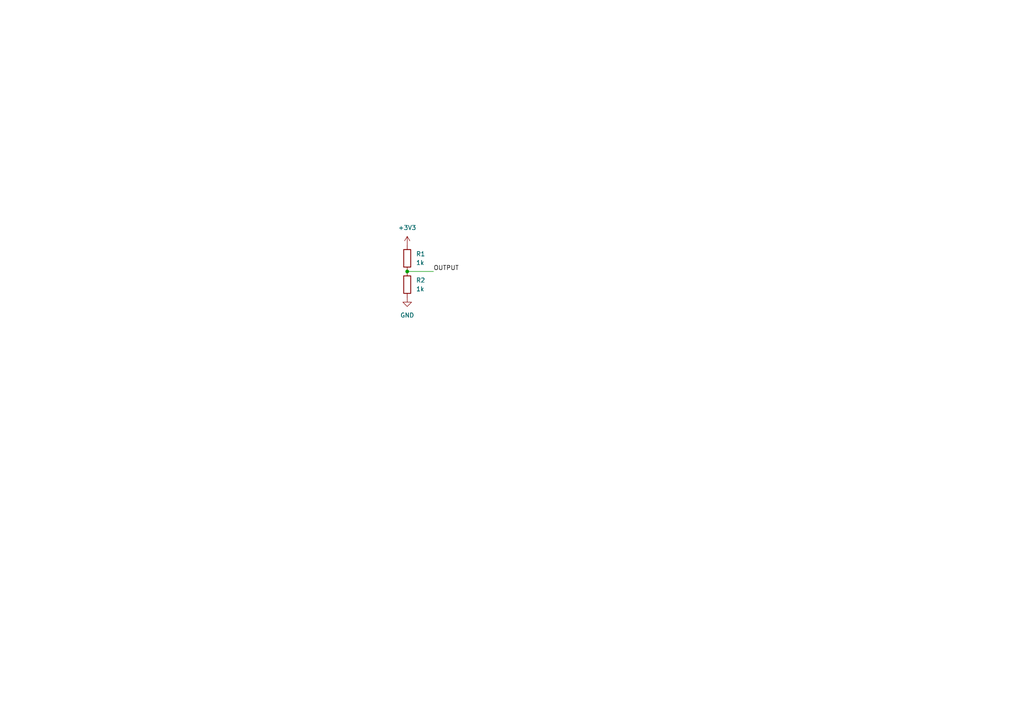
<source format=kicad_sch>
(kicad_sch (version 20250114) (generator "eeschema") (generator_version "9.0")
  (paper "A4")
  (lib_symbols
    (symbol "Device:R" (pin_numbers (hide yes)) (pin_names (offset 0))
      (property "Reference" "R" (at 2.032 0 90))
      (property "Value" "R" (at 0 0 90))
      (symbol "R_0_1"
        (rectangle (start -1.016 -2.54) (end 1.016 2.54) (stroke (width 0.254)))
      )
      (symbol "R_1_1"
        (pin passive line (at 0 3.81 270) (length 1.27) (name "~") (number "1"))
        (pin passive line (at 0 -3.81 90) (length 1.27) (name "~") (number "2"))
      )
    )
    (symbol "power:+3V3" (power) (pin_numbers (hide yes)) (pin_names (offset 0) (hide yes))
      (property "Value" "+3V3" (at 0 3.556 0))
      (symbol "+3V3_0_1"
        (polyline (pts (xy -0.762 1.27) (xy 0 2.54)))
        (polyline (pts (xy 0 2.54) (xy 0.762 1.27)))
        (polyline (pts (xy 0 0) (xy 0 2.54)))
      )
      (symbol "+3V3_1_1"
        (pin power_in line (at 0 0 90) (length 0) (name "~") (number "1"))
      )
    )
    (symbol "power:GND" (power) (pin_numbers (hide yes)) (pin_names (offset 0) (hide yes))
      (property "Value" "GND" (at 0 -3.81 0))
      (symbol "GND_0_1"
        (polyline (pts (xy 0 0) (xy 0 -1.27) (xy 1.27 -1.27) (xy 0 -2.54) (xy -1.27 -1.27) (xy 0 -1.27)))
      )
      (symbol "GND_1_1"
        (pin power_in line (at 0 0 270) (length 0) (name "~") (number "1"))
      )
    )
  )
  (junction (at 118.11 78.74))
  (wire (pts (xy 118.11 78.74) (xy 125.73 78.74)))
  (label "OUTPUT" (at 125.73 78.74 0))
  (symbol (lib_id "power:GND") (at 118.11 86.36 0) (unit 1)
    (property "Reference" "#PWR02" (effects (hide yes)))
    (property "Value" "GND" (at 118.11 91.44 0))
    (property "Description" "Power symbol creates a global label with name \"GND\" , ground" (effects (hide yes)))
  )
  (symbol (lib_id "power:+3V3") (at 118.11 71.12 0) (unit 1)
    (property "Reference" "#PWR01" (effects (hide yes)))
    (property "Value" "+3V3" (at 118.11 66.04 0))
    (property "Description" "Power symbol creates a global label with name \"+3V3\"" (effects (hide yes)))
  )
  (symbol (lib_id "Device:R") (at 118.11 82.55 0) (unit 1)
    (property "Reference" "R2" (at 120.65 81.2799 0) (effects (justify left)))
    (property "Value" "1k" (at 120.65 83.8199 0) (effects (justify left)))
    (property "Footprint" "Resistor_SMD:R_0603_1608Metric" (effects (hide yes)))
    (property "Description" "Resistor" (effects (hide yes)))
  )
  (symbol (lib_id "Device:R") (at 118.11 74.93 0) (unit 1)
    (property "Reference" "R1" (at 120.65 73.6599 0) (effects (justify left)))
    (property "Value" "1k" (at 120.65 76.1999 0) (effects (justify left)))
    (property "Footprint" "Resistor_SMD:R_0603_1608Metric" (effects (hide yes)))
    (property "Description" "Resistor" (effects (hide yes)))
  )
)
</source>
